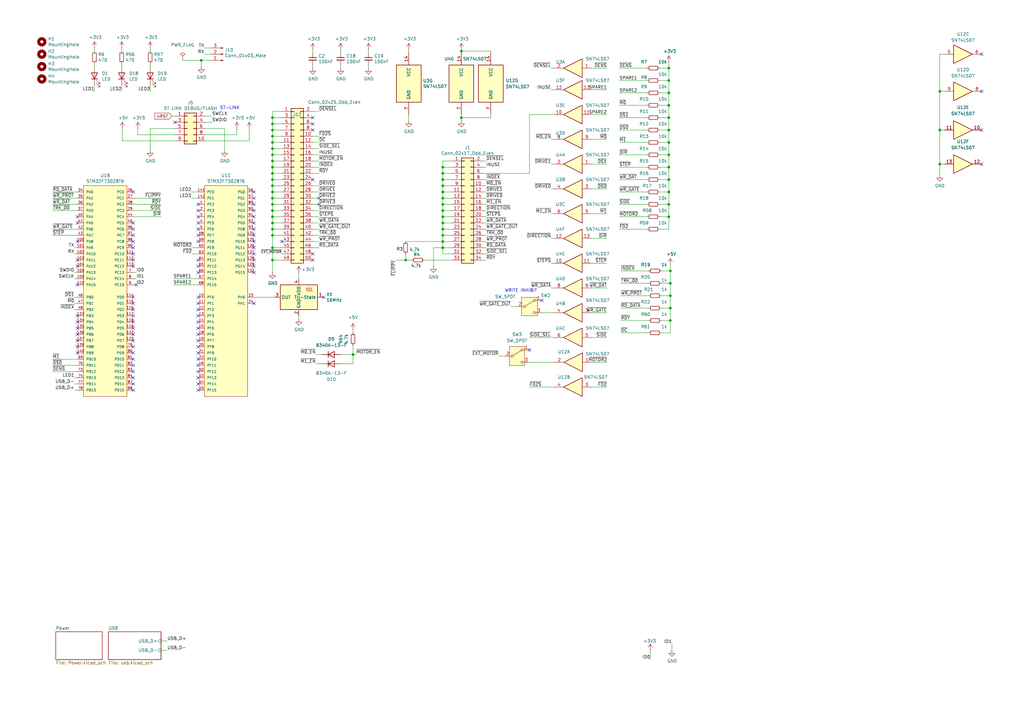
<source format=kicad_sch>
(kicad_sch
	(version 20250114)
	(generator "eeschema")
	(generator_version "9.0")
	(uuid "c1bac86f-cbf6-4c5b-b60d-c26fa73d9c09")
	(paper "A3")
	(title_block
		(title "Greaseweazle F7 Lighting, USB PD")
		(date "2025-10-02")
		(rev "2.08")
		(company "SweProj.com")
	)
	
	(text "WRITE INHIBIT"
		(exclude_from_sim no)
		(at 207.01 120.015 0)
		(effects
			(font
				(size 1.27 1.27)
			)
			(justify left bottom)
		)
		(uuid "044de712-d3da-40ed-9c9f-d91ef285c74c")
	)
	(text "ST-LINK"
		(exclude_from_sim no)
		(at 90.17 45.085 0)
		(effects
			(font
				(size 1.27 1.27)
			)
			(justify left bottom)
		)
		(uuid "8220ba36-5fda-4461-95e2-49a5bc0c76af")
	)
	(junction
		(at 385.445 67.31)
		(diameter 0)
		(color 0 0 0 0)
		(uuid "00ac1ff3-7d99-4a45-99f6-ec20ba4c2a5c")
	)
	(junction
		(at 181.61 96.52)
		(diameter 0)
		(color 0 0 0 0)
		(uuid "01f82238-6335-48fe-8b0a-6853e227345a")
	)
	(junction
		(at 111.76 68.58)
		(diameter 0)
		(color 0 0 0 0)
		(uuid "068d7a7a-0f25-4de5-9cb5-2349a9191b50")
	)
	(junction
		(at 181.61 78.74)
		(diameter 0)
		(color 0 0 0 0)
		(uuid "0fc5db66-6188-4c1f-bb14-0868bef113eb")
	)
	(junction
		(at 181.61 73.66)
		(diameter 0)
		(color 0 0 0 0)
		(uuid "10e52e95-44f3-4059-a86d-dcda603e0623")
	)
	(junction
		(at 111.76 58.42)
		(diameter 0)
		(color 0 0 0 0)
		(uuid "1187e9bb-7692-4dd1-9945-e39ef9e5ce5b")
	)
	(junction
		(at 181.61 93.98)
		(diameter 0)
		(color 0 0 0 0)
		(uuid "13bbfffc-affb-4b43-9eb1-f2ed90a8a919")
	)
	(junction
		(at 111.76 53.34)
		(diameter 0)
		(color 0 0 0 0)
		(uuid "14bfaf9f-b822-4cbc-aa30-b927236f307a")
	)
	(junction
		(at 181.61 91.44)
		(diameter 0)
		(color 0 0 0 0)
		(uuid "1ab71a3c-340b-469a-ada5-4f87f0b7b2fa")
	)
	(junction
		(at 181.61 83.82)
		(diameter 0)
		(color 0 0 0 0)
		(uuid "20caf6d2-76a7-497e-ac56-f6d31eb9027b")
	)
	(junction
		(at 189.23 48.26)
		(diameter 0)
		(color 0 0 0 0)
		(uuid "22bc3958-394e-4cb7-bb6f-2924a9b17855")
	)
	(junction
		(at 274.32 38.1)
		(diameter 0)
		(color 0 0 0 0)
		(uuid "24adc223-60f0-4497-98a3-d664c5a13280")
	)
	(junction
		(at 181.61 71.12)
		(diameter 0)
		(color 0 0 0 0)
		(uuid "252f1275-081d-4d77-8bd5-3b9e6916ef42")
	)
	(junction
		(at 111.76 86.36)
		(diameter 0)
		(color 0 0 0 0)
		(uuid "2c99bd06-59a6-4b07-a512-6528fd43f4dc")
	)
	(junction
		(at 111.76 83.82)
		(diameter 0)
		(color 0 0 0 0)
		(uuid "35b2233e-2f59-44bf-93b3-2716d5b5b514")
	)
	(junction
		(at 111.76 78.74)
		(diameter 0)
		(color 0 0 0 0)
		(uuid "3857167d-f8fc-4da8-b232-a84de78f65eb")
	)
	(junction
		(at 181.61 76.2)
		(diameter 0)
		(color 0 0 0 0)
		(uuid "3c8d03bf-f31d-4aa0-b8db-a227ffd7d8d6")
	)
	(junction
		(at 274.955 111.125)
		(diameter 0)
		(color 0 0 0 0)
		(uuid "44b926bf-8bdd-4191-846d-2dfabab2cecb")
	)
	(junction
		(at 274.32 68.58)
		(diameter 0)
		(color 0 0 0 0)
		(uuid "4bbde53d-6894-4e18-9480-84a6a26d5f6b")
	)
	(junction
		(at 385.445 37.465)
		(diameter 0)
		(color 0 0 0 0)
		(uuid "50e6b5c5-56a7-415c-9c4e-3cfdf3a58cc2")
	)
	(junction
		(at 111.76 50.8)
		(diameter 0)
		(color 0 0 0 0)
		(uuid "5c0b1897-8155-4679-9116-805919f75f96")
	)
	(junction
		(at 82.55 24.765)
		(diameter 0)
		(color 0 0 0 0)
		(uuid "5faadd04-0682-4d19-8d5a-94f90405e41f")
	)
	(junction
		(at 181.61 86.36)
		(diameter 0)
		(color 0 0 0 0)
		(uuid "62a1f3d4-027d-4ecf-a37a-6fcf4263e9d2")
	)
	(junction
		(at 111.76 106.68)
		(diameter 0)
		(color 0 0 0 0)
		(uuid "6621a5a6-aa7a-4de2-9d29-1b200c13ada9")
	)
	(junction
		(at 111.76 88.9)
		(diameter 0)
		(color 0 0 0 0)
		(uuid "71e2c442-6854-420c-af35-dcfcf83456aa")
	)
	(junction
		(at 274.32 58.42)
		(diameter 0)
		(color 0 0 0 0)
		(uuid "749d9ed0-2ff2-4b55-abc5-f7231ec3aa28")
	)
	(junction
		(at 111.76 76.2)
		(diameter 0)
		(color 0 0 0 0)
		(uuid "7e59628a-e341-44cc-bf0f-f1b798a31f1a")
	)
	(junction
		(at 111.76 101.6)
		(diameter 0)
		(color 0 0 0 0)
		(uuid "7f8cd204-ec07-4f76-9072-92e7ccb38dd1")
	)
	(junction
		(at 111.76 93.98)
		(diameter 0)
		(color 0 0 0 0)
		(uuid "86d01cdf-5357-44e1-88d9-97c064cddc9b")
	)
	(junction
		(at 111.76 71.12)
		(diameter 0)
		(color 0 0 0 0)
		(uuid "8dbd51b4-44a2-4ec8-88cf-49079c3aa71e")
	)
	(junction
		(at 274.32 83.82)
		(diameter 0)
		(color 0 0 0 0)
		(uuid "8e132fa5-bdfc-4702-895c-f050b3490b17")
	)
	(junction
		(at 181.61 101.6)
		(diameter 0)
		(color 0 0 0 0)
		(uuid "8efee08b-b92e-4ba6-8722-c058e18114fe")
	)
	(junction
		(at 274.32 73.66)
		(diameter 0)
		(color 0 0 0 0)
		(uuid "9112ddd5-10d5-48b8-954f-f1d5adcacbd9")
	)
	(junction
		(at 274.32 43.18)
		(diameter 0)
		(color 0 0 0 0)
		(uuid "929a9b03-e99e-4b88-8e16-759f8c6b59a5")
	)
	(junction
		(at 111.76 91.44)
		(diameter 0)
		(color 0 0 0 0)
		(uuid "93d4a801-226a-48d7-8947-f1bfb7b16554")
	)
	(junction
		(at 189.23 20.955)
		(diameter 0)
		(color 0 0 0 0)
		(uuid "945d4a7b-d1e8-4f53-8015-906b50a24e40")
	)
	(junction
		(at 111.76 81.28)
		(diameter 0)
		(color 0 0 0 0)
		(uuid "964e4e90-e12f-441c-9d6e-816439c420a1")
	)
	(junction
		(at 274.32 33.02)
		(diameter 0)
		(color 0 0 0 0)
		(uuid "98966de3-2364-43d8-a2e0-b03bb9487b03")
	)
	(junction
		(at 181.61 68.58)
		(diameter 0)
		(color 0 0 0 0)
		(uuid "98fe66f3-ec8b-4515-ae34-617f2124a7ec")
	)
	(junction
		(at 111.76 60.96)
		(diameter 0)
		(color 0 0 0 0)
		(uuid "a91cedf1-2089-4c44-9b06-471821937b05")
	)
	(junction
		(at 274.955 126.365)
		(diameter 0)
		(color 0 0 0 0)
		(uuid "a99390cd-733b-41c3-bfb0-479a5903886b")
	)
	(junction
		(at 274.32 53.34)
		(diameter 0)
		(color 0 0 0 0)
		(uuid "aadc3df5-0e2d-4f3d-b72e-6f184da74c89")
	)
	(junction
		(at 111.76 48.26)
		(diameter 0)
		(color 0 0 0 0)
		(uuid "adc65b09-91c2-4457-8ffe-d57980cf8d73")
	)
	(junction
		(at 274.32 63.5)
		(diameter 0)
		(color 0 0 0 0)
		(uuid "af76ce95-feca-41fb-bf31-edaa26d6766a")
	)
	(junction
		(at 144.78 145.415)
		(diameter 0)
		(color 0 0 0 0)
		(uuid "afacc12f-b097-4001-b889-9e6781913725")
	)
	(junction
		(at 274.32 88.9)
		(diameter 0)
		(color 0 0 0 0)
		(uuid "b79a7d66-d2e6-4c52-b80b-91523fb698dc")
	)
	(junction
		(at 166.37 106.68)
		(diameter 0)
		(color 0 0 0 0)
		(uuid "b854a395-bfc6-4140-9640-75d4f9296771")
	)
	(junction
		(at 111.76 55.88)
		(diameter 0)
		(color 0 0 0 0)
		(uuid "c1f5a21c-f5c2-44b0-9b58-90bde58c0d60")
	)
	(junction
		(at 274.955 121.285)
		(diameter 0)
		(color 0 0 0 0)
		(uuid "c3a69550-c4fa-45d1-9aba-0bba47699cca")
	)
	(junction
		(at 274.32 78.74)
		(diameter 0)
		(color 0 0 0 0)
		(uuid "ca9b74ce-0dee-401c-9544-f599f4cf538d")
	)
	(junction
		(at 274.955 131.445)
		(diameter 0)
		(color 0 0 0 0)
		(uuid "d01935a2-42fa-45ac-a82b-277ed6d20bb6")
	)
	(junction
		(at 274.32 27.94)
		(diameter 0)
		(color 0 0 0 0)
		(uuid "da546d77-4b03-4562-8fc6-837fd68e7691")
	)
	(junction
		(at 385.445 53.34)
		(diameter 0)
		(color 0 0 0 0)
		(uuid "dbf94d4e-7779-42be-af20-9e340513d9f7")
	)
	(junction
		(at 111.76 96.52)
		(diameter 0)
		(color 0 0 0 0)
		(uuid "e30dfecd-d78a-4507-91d6-d47619648416")
	)
	(junction
		(at 181.61 99.06)
		(diameter 0)
		(color 0 0 0 0)
		(uuid "e6d68f56-4a40-4849-b8d1-13d5ca292900")
	)
	(junction
		(at 181.61 81.28)
		(diameter 0)
		(color 0 0 0 0)
		(uuid "f6983918-fe05-46ea-b355-bc522ec53440")
	)
	(junction
		(at 274.955 116.205)
		(diameter 0)
		(color 0 0 0 0)
		(uuid "f7070c76-b83b-43a9-a243-491723819616")
	)
	(junction
		(at 111.76 73.66)
		(diameter 0)
		(color 0 0 0 0)
		(uuid "f70a4a9d-e097-4502-83aa-1f63e074f06b")
	)
	(junction
		(at 111.76 66.04)
		(diameter 0)
		(color 0 0 0 0)
		(uuid "f82dfe8f-ba55-4ab9-a234-6aed39cd6ca4")
	)
	(junction
		(at 111.76 63.5)
		(diameter 0)
		(color 0 0 0 0)
		(uuid "f91c051b-372e-45a5-ac05-790df945f858")
	)
	(junction
		(at 274.32 48.26)
		(diameter 0)
		(color 0 0 0 0)
		(uuid "fc2e9f96-3bed-4896-b995-f56e799f1c77")
	)
	(junction
		(at 181.61 88.9)
		(diameter 0)
		(color 0 0 0 0)
		(uuid "fc4ad874-c922-4070-89f9-7262080469d8")
	)
	(no_connect
		(at 54.61 99.06)
		(uuid "00891494-c03f-4b3e-809a-c84eb0c5ff0a")
	)
	(no_connect
		(at 54.61 104.14)
		(uuid "024b81ed-7ca3-4557-b9fa-075644de96f7")
	)
	(no_connect
		(at 31.75 116.84)
		(uuid "033fb47a-7330-48ce-ac5a-9fe1cb459eaf")
	)
	(no_connect
		(at 81.28 139.7)
		(uuid "08714b46-29ca-4521-9566-29e040fc72cc")
	)
	(no_connect
		(at 104.14 88.9)
		(uuid "1457e8f3-2460-440d-99d3-5b40eac43589")
	)
	(no_connect
		(at 31.75 106.68)
		(uuid "17e5ed96-cc0f-4a4b-a700-6d7ef9acd7bc")
	)
	(no_connect
		(at 54.61 91.44)
		(uuid "1e37fe91-3fc4-40b1-91c4-6c4ee1d6e125")
	)
	(no_connect
		(at 402.59 37.465)
		(uuid "206bdb89-769c-4a03-a177-300b4ad267d2")
	)
	(no_connect
		(at 81.28 109.22)
		(uuid "22bd1e54-aded-4432-9cf2-beb0dbca66ec")
	)
	(no_connect
		(at 54.61 147.32)
		(uuid "26eae7d0-939e-4b64-91c1-bf55949d2daf")
	)
	(no_connect
		(at 402.59 22.225)
		(uuid "275ff9d2-b8dc-477f-95d8-f6e906b913d6")
	)
	(no_connect
		(at 54.61 137.16)
		(uuid "29cf59f1-714f-4016-a452-93ec2fdef8ca")
	)
	(no_connect
		(at 31.75 91.44)
		(uuid "2d870741-1f5a-4052-a22e-27571d815352")
	)
	(no_connect
		(at 81.28 86.36)
		(uuid "2da23a18-3300-4252-b484-249181d69530")
	)
	(no_connect
		(at 104.14 86.36)
		(uuid "300c371e-700b-496f-93f0-81a059d70460")
	)
	(no_connect
		(at 81.28 127)
		(uuid "351e7c1c-f640-46bf-817e-0e5f388fa690")
	)
	(no_connect
		(at 54.61 134.62)
		(uuid "355ac83a-b274-440a-afc3-ab740e79b03c")
	)
	(no_connect
		(at 81.28 149.86)
		(uuid "36eb8b48-9fc4-4e61-80e9-937649cf4782")
	)
	(no_connect
		(at 71.755 50.165)
		(uuid "37728c8e-efcc-462c-a749-47b6bfcbaf37")
	)
	(no_connect
		(at 104.14 109.22)
		(uuid "3f893e9a-6fe6-4a4b-8258-268ba807dd4c")
	)
	(no_connect
		(at 81.28 91.44)
		(uuid "4247a140-bbc6-42ed-9f12-5207475a1883")
	)
	(no_connect
		(at 81.28 152.4)
		(uuid "42fbbe90-8164-4a79-b8b2-fd21b7d5f65c")
	)
	(no_connect
		(at 31.75 132.08)
		(uuid "44f11401-c761-4962-89ab-032461972a58")
	)
	(no_connect
		(at 402.59 67.31)
		(uuid "461d48b5-29b0-4da9-8d69-b9b43968caf7")
	)
	(no_connect
		(at 31.75 142.24)
		(uuid "491aead6-9c4e-4fe5-aabe-d851483116da")
	)
	(no_connect
		(at 81.28 124.46)
		(uuid "4cd0bd9f-817f-4e73-8746-dcc22ecd24ed")
	)
	(no_connect
		(at 54.61 106.68)
		(uuid "54a777cf-b430-40e0-80a8-8b4acb62f375")
	)
	(no_connect
		(at 54.61 129.54)
		(uuid "5b9a50c7-ecff-4a29-9d0e-23fb747ba498")
	)
	(no_connect
		(at 54.61 132.08)
		(uuid "628021a8-d8e1-4cbd-9c37-c69912546312")
	)
	(no_connect
		(at 81.28 144.78)
		(uuid "643273c3-43c9-4ac4-86d8-c6a8eb457c15")
	)
	(no_connect
		(at 104.14 106.68)
		(uuid "65914d90-2ecd-4afd-9dbb-4ff27ca3c0fa")
	)
	(no_connect
		(at 104.14 78.74)
		(uuid "6ca02c22-abf9-4e6c-b9b7-6c93ab5b146f")
	)
	(no_connect
		(at 54.61 124.46)
		(uuid "6df33777-f38d-4554-b1aa-27773ba72827")
	)
	(no_connect
		(at 217.17 143.51)
		(uuid "7117d02b-57dc-4a3f-bd07-020c6d343e10")
	)
	(no_connect
		(at 54.61 96.52)
		(uuid "728bfe2b-ac1b-4f98-b4e8-b8663c1887da")
	)
	(no_connect
		(at 54.61 93.98)
		(uuid "732d4189-9cf0-4564-bc31-49f2ca254fbb")
	)
	(no_connect
		(at 130.81 83.82)
		(uuid "735c0a26-e8ec-4b0f-9736-9777864e4af8")
	)
	(no_connect
		(at 54.61 160.02)
		(uuid "7bc95512-6329-4c23-b758-73f635511d06")
	)
	(no_connect
		(at 130.81 81.28)
		(uuid "7c5e75cc-90b9-4829-b0a1-6f35b2b1a0cf")
	)
	(no_connect
		(at 115.57 99.06)
		(uuid "7d55ecbd-aa0c-4495-9a76-fa7c7c397b72")
	)
	(no_connect
		(at 81.28 96.52)
		(uuid "7e0a823a-2958-48c8-98d9-efdb7150bb81")
	)
	(no_connect
		(at 31.75 137.16)
		(uuid "812c60d7-cbe6-4843-b7c5-a1237295ac58")
	)
	(no_connect
		(at 31.75 99.06)
		(uuid "826fb3e4-1056-4f5f-956f-254f6941d336")
	)
	(no_connect
		(at 104.14 83.82)
		(uuid "868a3433-d791-484e-9bb1-d9be133b4a21")
	)
	(no_connect
		(at 81.28 157.48)
		(uuid "89315d23-03b7-46b1-81ee-6276bde90a82")
	)
	(no_connect
		(at 81.28 137.16)
		(uuid "8a6dc8e4-8ddd-4bf1-b1ca-0495dd8ae127")
	)
	(no_connect
		(at 54.61 152.4)
		(uuid "8c3e2ea9-ca92-4843-9074-44c21d854982")
	)
	(no_connect
		(at 54.61 142.24)
		(uuid "8f790adc-8b38-4aac-8720-2e2b0dc659aa")
	)
	(no_connect
		(at 132.715 121.92)
		(uuid "93af1374-af56-4fc8-af3f-6c16d61a0b21")
	)
	(no_connect
		(at 81.28 93.98)
		(uuid "93e32358-1bdd-4e24-8b79-9054a0552b8a")
	)
	(no_connect
		(at 81.28 134.62)
		(uuid "94300228-8a6b-43b4-8bd6-fde7b11076c8")
	)
	(no_connect
		(at 104.14 111.76)
		(uuid "970b5190-6039-42f3-9c9c-64c50ef33fc2")
	)
	(no_connect
		(at 104.14 91.44)
		(uuid "994ec659-18e4-41e0-b6f4-15a99d6eabe3")
	)
	(no_connect
		(at 31.75 109.22)
		(uuid "9bf407cf-f06a-48ac-8bea-4b5cfadd1384")
	)
	(no_connect
		(at 128.27 53.34)
		(uuid "9ff8d6a5-7a30-44f2-b99b-6ecde8c232ac")
	)
	(no_connect
		(at 128.27 48.26)
		(uuid "9ff8d6a5-7a30-44f2-b99b-6ecde8c232af")
	)
	(no_connect
		(at 128.27 50.8)
		(uuid "9ff8d6a5-7a30-44f2-b99b-6ecde8c232b0")
	)
	(no_connect
		(at 128.27 106.68)
		(uuid "9ff8d6a5-7a30-44f2-b99b-6ecde8c232b1")
	)
	(no_connect
		(at 128.27 73.66)
		(uuid "9ff8d6a5-7a30-44f2-b99b-6ecde8c232b5")
	)
	(no_connect
		(at 54.61 149.86)
		(uuid "a7128e49-87e5-4854-ba63-ff1d53065189")
	)
	(no_connect
		(at 81.28 147.32)
		(uuid "ab5a8b90-558e-42dc-9b97-c893fb5a2b10")
	)
	(no_connect
		(at 54.61 109.22)
		(uuid "abb7db91-c8d0-49b9-ba9c-db0b048a9efe")
	)
	(no_connect
		(at 54.61 144.78)
		(uuid "ac72df19-9d81-40b9-913f-ca2d4db7827b")
	)
	(no_connect
		(at 54.61 121.92)
		(uuid "ae3b158c-9426-4780-9122-e8d1603ed7e1")
	)
	(no_connect
		(at 104.14 99.06)
		(uuid "ae68231e-4175-4e26-98a5-5fcd909d496b")
	)
	(no_connect
		(at 81.28 132.08)
		(uuid "b0e5a25e-ab68-45e1-b20b-c2a413556c18")
	)
	(no_connect
		(at 31.75 88.9)
		(uuid "b3f21f3f-128c-4e88-bcd2-38f966b77321")
	)
	(no_connect
		(at 54.61 154.94)
		(uuid "b5680de7-ae05-4ffb-b73d-7b0f27073ab6")
	)
	(no_connect
		(at 81.28 160.02)
		(uuid "b8406398-c88b-436a-9dd4-9aaaf6c5a488")
	)
	(no_connect
		(at 81.28 83.82)
		(uuid "bb55aca0-2551-4f41-b493-535b0a8afccc")
	)
	(no_connect
		(at 54.61 127)
		(uuid "bcbb320e-5d9d-4533-b8ab-aeeca9e49bf6")
	)
	(no_connect
		(at 104.14 124.46)
		(uuid "be021e70-1a5b-4fc4-aa0c-41b42db09350")
	)
	(no_connect
		(at 54.61 157.48)
		(uuid "be98f734-3bc9-4d9c-97e5-20415c91c5d7")
	)
	(no_connect
		(at 31.75 139.7)
		(uuid "c105cdf8-2e73-4248-ac26-93c83b2a7d1d")
	)
	(no_connect
		(at 402.59 53.34)
		(uuid "c249dbe6-a4a3-469b-a0a1-aff6c9527613")
	)
	(no_connect
		(at 81.28 154.94)
		(uuid "c44eb740-e633-485c-b41b-878872c1f69d")
	)
	(no_connect
		(at 104.14 81.28)
		(uuid "c75b0135-9e9d-4628-9762-267358c3bb33")
	)
	(no_connect
		(at 104.14 93.98)
		(uuid "c9f403fb-ed4d-4b33-adac-b0ef7f0d1d69")
	)
	(no_connect
		(at 104.14 104.14)
		(uuid "cb586b87-68d3-4355-b17f-2e06d5bf0e1d")
	)
	(no_connect
		(at 31.75 144.78)
		(uuid "cc4a2a56-97a6-492d-bc87-2abcaa1e59f5")
	)
	(no_connect
		(at 104.14 101.6)
		(uuid "cd1b4d44-9354-45f7-a49e-7e6ba6548bfd")
	)
	(no_connect
		(at 81.28 142.24)
		(uuid "d006523f-5372-4136-95eb-0454648c416c")
	)
	(no_connect
		(at 104.14 96.52)
		(uuid "d3741fbd-9f9b-42c7-b81f-2926ebc3b2ca")
	)
	(no_connect
		(at 81.28 111.76)
		(uuid "d461ed4f-4196-4e24-9afe-ce1e77a041f3")
	)
	(no_connect
		(at 54.61 101.6)
		(uuid "d47d1af6-c1eb-43a3-bb4e-f85f5c891f22")
	)
	(no_connect
		(at 31.75 129.54)
		(uuid "e1a096b2-4e3b-4c20-a010-5831605cd725")
	)
	(no_connect
		(at 222.25 123.19)
		(uuid "e2449e84-00ec-4116-b74e-9e90b6599775")
	)
	(no_connect
		(at 55.88 116.84)
		(uuid "e32899c2-e10e-4025-b3a3-876d9776df90")
	)
	(no_connect
		(at 81.28 129.54)
		(uuid "e4dc41c5-7dc7-4686-9bd0-3571dfbbd23a")
	)
	(no_connect
		(at 81.28 121.92)
		(uuid "ede20bd1-a6ee-466f-a29c-b8d337356dba")
	)
	(no_connect
		(at 54.61 139.7)
		(uuid "ef9250f1-09b3-4c37-aa68-f4e8caa23128")
	)
	(no_connect
		(at 128.27 104.14)
		(uuid "f22d03cc-c2bf-4309-a544-5e3bca00213c")
	)
	(no_connect
		(at 31.75 134.62)
		(uuid "f370fbc7-327f-4578-a64e-261caa1f96b9")
	)
	(no_connect
		(at 81.28 99.06)
		(uuid "f3b3c682-3311-4e76-90db-0e5373f40533")
	)
	(no_connect
		(at 54.61 78.74)
		(uuid "f78abf3d-5695-4b76-b33f-d959d7b688e7")
	)
	(no_connect
		(at 81.28 88.9)
		(uuid "faa958cd-c104-4993-9160-c571d81aa390")
	)
	(no_connect
		(at 81.28 106.68)
		(uuid "fb7f5509-5042-4bcb-bb54-7704a9c567b9")
	)
	(wire
		(pts
			(xy 30.48 101.6) (xy 31.75 101.6)
		)
		(stroke
			(width 0)
			(type default)
		)
		(uuid "000b46d6-b833-4804-8f56-56d539f76d09")
	)
	(wire
		(pts
			(xy 198.12 96.52) (xy 199.39 96.52)
		)
		(stroke
			(width 0)
			(type default)
		)
		(uuid "002da00a-54ae-4887-954f-6f20040cf503")
	)
	(wire
		(pts
			(xy 111.76 66.04) (xy 111.76 68.58)
		)
		(stroke
			(width 0)
			(type default)
		)
		(uuid "01dc798b-4c95-4d40-80b7-aa972004ee44")
	)
	(wire
		(pts
			(xy 78.486 78.74) (xy 81.28 78.74)
		)
		(stroke
			(width 0)
			(type default)
		)
		(uuid "029c3eee-54a9-4e48-a642-e389be17dd03")
	)
	(wire
		(pts
			(xy 254.635 131.445) (xy 266.065 131.445)
		)
		(stroke
			(width 0)
			(type default)
		)
		(uuid "03a8f6c8-9db7-4036-a0c1-67ab981e334c")
	)
	(wire
		(pts
			(xy 128.27 78.74) (xy 130.81 78.74)
		)
		(stroke
			(width 0)
			(type default)
		)
		(uuid "042b8bea-9219-4f6a-89b3-599bbdfa8b93")
	)
	(wire
		(pts
			(xy 139.7 149.225) (xy 144.78 149.225)
		)
		(stroke
			(width 0)
			(type default)
		)
		(uuid "04657fbf-e375-4129-bf29-87f895ae9e9c")
	)
	(wire
		(pts
			(xy 111.76 71.12) (xy 115.57 71.12)
		)
		(stroke
			(width 0)
			(type default)
		)
		(uuid "04d7fd83-a6aa-4987-9e20-3d50c265b831")
	)
	(wire
		(pts
			(xy 242.57 128.27) (xy 248.92 128.27)
		)
		(stroke
			(width 0)
			(type default)
		)
		(uuid "05d3e08e-e1f9-46cf-93d0-836d1306d03a")
	)
	(wire
		(pts
			(xy 111.76 48.26) (xy 115.57 48.26)
		)
		(stroke
			(width 0)
			(type default)
		)
		(uuid "05d6ed65-9b0b-47fc-9d52-3f81dfc32551")
	)
	(wire
		(pts
			(xy 128.27 88.9) (xy 130.81 88.9)
		)
		(stroke
			(width 0)
			(type default)
		)
		(uuid "05e3b151-dc12-4701-912e-3bf8070597d8")
	)
	(wire
		(pts
			(xy 274.32 83.82) (xy 274.32 78.74)
		)
		(stroke
			(width 0)
			(type default)
		)
		(uuid "099473f1-6598-46ff-a50f-4c520832170d")
	)
	(wire
		(pts
			(xy 128.27 91.44) (xy 130.81 91.44)
		)
		(stroke
			(width 0)
			(type default)
		)
		(uuid "0a1f756a-03ad-48d1-a3cc-07b1e91bf6b5")
	)
	(wire
		(pts
			(xy 181.61 68.58) (xy 181.61 71.12)
		)
		(stroke
			(width 0)
			(type default)
		)
		(uuid "0dfdfa9f-1e3f-4e14-b64b-12bde76a80c7")
	)
	(wire
		(pts
			(xy 185.42 101.6) (xy 181.61 101.6)
		)
		(stroke
			(width 0)
			(type default)
		)
		(uuid "0e249018-17e7-42b3-ae5d-5ebf3ae299ae")
	)
	(wire
		(pts
			(xy 385.445 37.465) (xy 387.35 37.465)
		)
		(stroke
			(width 0)
			(type default)
		)
		(uuid "0fc643b5-442c-4165-9ada-0cf90198cdb7")
	)
	(wire
		(pts
			(xy 201.295 21.59) (xy 201.295 20.955)
		)
		(stroke
			(width 0)
			(type default)
		)
		(uuid "0ff8df5d-6147-42eb-9d00-c2f436a171da")
	)
	(wire
		(pts
			(xy 111.76 91.44) (xy 115.57 91.44)
		)
		(stroke
			(width 0)
			(type default)
		)
		(uuid "105d2701-5e63-4eb3-8241-5608caa465c8")
	)
	(wire
		(pts
			(xy 102.235 57.785) (xy 102.235 52.705)
		)
		(stroke
			(width 0)
			(type default)
		)
		(uuid "11c7c8d4-4c4b-4330-bb59-1eec2e98b255")
	)
	(wire
		(pts
			(xy 274.32 43.18) (xy 270.51 43.18)
		)
		(stroke
			(width 0)
			(type default)
		)
		(uuid "13ac70df-e9b9-44e5-96e6-20f0b0dc6a3a")
	)
	(wire
		(pts
			(xy 226.06 67.31) (xy 227.33 67.31)
		)
		(stroke
			(width 0)
			(type default)
		)
		(uuid "14064e1b-d8db-4b96-9159-f0491d3e5f02")
	)
	(wire
		(pts
			(xy 185.42 81.28) (xy 181.61 81.28)
		)
		(stroke
			(width 0)
			(type default)
		)
		(uuid "142dd724-2a9f-4eea-ab21-209b1bc7ec65")
	)
	(wire
		(pts
			(xy 181.61 81.28) (xy 181.61 78.74)
		)
		(stroke
			(width 0)
			(type default)
		)
		(uuid "15a82541-58d8-45b5-99c5-fb52e017e3ea")
	)
	(wire
		(pts
			(xy 128.27 26.67) (xy 128.27 27.94)
		)
		(stroke
			(width 0)
			(type default)
		)
		(uuid "15d7b369-19bd-4f1f-91f7-bfb1459d4d65")
	)
	(wire
		(pts
			(xy 274.955 111.125) (xy 274.955 108.585)
		)
		(stroke
			(width 0)
			(type default)
		)
		(uuid "1732b93f-cd0e-4ca4-a905-bb406354ca33")
	)
	(wire
		(pts
			(xy 274.955 126.365) (xy 274.955 121.285)
		)
		(stroke
			(width 0)
			(type default)
		)
		(uuid "17cf1c88-8d51-4538-aa76-e35ac22d0ed0")
	)
	(wire
		(pts
			(xy 270.51 83.82) (xy 274.32 83.82)
		)
		(stroke
			(width 0)
			(type default)
		)
		(uuid "1876c30c-72b2-4a8d-9f32-bf8b213530b4")
	)
	(wire
		(pts
			(xy 128.27 81.28) (xy 130.81 81.28)
		)
		(stroke
			(width 0)
			(type default)
		)
		(uuid "19cc7ff3-acfa-463b-8607-b95c58622a5f")
	)
	(wire
		(pts
			(xy 71.12 114.3) (xy 81.28 114.3)
		)
		(stroke
			(width 0)
			(type default)
		)
		(uuid "1bf7d0f9-0dcf-4d7c-b58c-318e3dc42bc9")
	)
	(wire
		(pts
			(xy 242.57 97.79) (xy 248.92 97.79)
		)
		(stroke
			(width 0)
			(type default)
		)
		(uuid "1c052668-6749-425a-9a77-35f046c8aa39")
	)
	(wire
		(pts
			(xy 30.48 157.48) (xy 31.75 157.48)
		)
		(stroke
			(width 0)
			(type default)
		)
		(uuid "1de61170-5337-44c5-ba28-bd477db4bff1")
	)
	(wire
		(pts
			(xy 111.76 60.96) (xy 111.76 63.5)
		)
		(stroke
			(width 0)
			(type default)
		)
		(uuid "1f848839-e564-450f-a963-ebf13ca910f5")
	)
	(wire
		(pts
			(xy 30.48 111.76) (xy 31.75 111.76)
		)
		(stroke
			(width 0)
			(type default)
		)
		(uuid "2102c637-9f11-48f1-aae6-b4139dc22be2")
	)
	(wire
		(pts
			(xy 128.27 99.06) (xy 130.81 99.06)
		)
		(stroke
			(width 0)
			(type default)
		)
		(uuid "2447f5f1-b3d5-43aa-959f-88436ebed06d")
	)
	(wire
		(pts
			(xy 49.911 34.925) (xy 49.911 37.465)
		)
		(stroke
			(width 0)
			(type default)
		)
		(uuid "26c1e38c-48b3-4f27-a8c7-57ec4c75372b")
	)
	(wire
		(pts
			(xy 111.76 106.68) (xy 115.57 106.68)
		)
		(stroke
			(width 0)
			(type default)
		)
		(uuid "26f6b829-e63c-496a-b791-5dd68c7ead9d")
	)
	(wire
		(pts
			(xy 30.48 127) (xy 31.75 127)
		)
		(stroke
			(width 0)
			(type default)
		)
		(uuid "270509b6-acc0-472f-b579-2376225aa8f5")
	)
	(wire
		(pts
			(xy 30.48 114.3) (xy 31.75 114.3)
		)
		(stroke
			(width 0)
			(type default)
		)
		(uuid "272c2a78-b5f5-4b61-aed3-ec69e0e92729")
	)
	(wire
		(pts
			(xy 274.32 38.1) (xy 274.32 43.18)
		)
		(stroke
			(width 0)
			(type default)
		)
		(uuid "278a91dc-d57d-4a5c-a045-34b6bd84131f")
	)
	(wire
		(pts
			(xy 274.32 25.4) (xy 274.32 27.94)
		)
		(stroke
			(width 0)
			(type default)
		)
		(uuid "29126f72-63f7-4275-8b12-6b96a71c6f17")
	)
	(wire
		(pts
			(xy 254 53.34) (xy 265.43 53.34)
		)
		(stroke
			(width 0)
			(type default)
		)
		(uuid "291935ec-f8ff-41f0-8717-e68b8af7b8c1")
	)
	(wire
		(pts
			(xy 266.7 266.7) (xy 266.7 270.51)
		)
		(stroke
			(width 0)
			(type default)
		)
		(uuid "291baaf6-406d-492c-8388-51e68532cfbf")
	)
	(wire
		(pts
			(xy 111.76 88.9) (xy 111.76 91.44)
		)
		(stroke
			(width 0)
			(type default)
		)
		(uuid "2b5319a3-2b4f-4c5e-b61e-a7934593e487")
	)
	(wire
		(pts
			(xy 128.27 86.36) (xy 130.81 86.36)
		)
		(stroke
			(width 0)
			(type default)
		)
		(uuid "2b8c6538-2116-4527-a026-b4925dd2ee57")
	)
	(wire
		(pts
			(xy 38.735 26.035) (xy 38.735 27.305)
		)
		(stroke
			(width 0)
			(type default)
		)
		(uuid "2ba25c40-ea42-478e-9150-1d94fa1c8ae9")
	)
	(wire
		(pts
			(xy 274.32 27.94) (xy 274.32 33.02)
		)
		(stroke
			(width 0)
			(type default)
		)
		(uuid "2ea8fa6f-efc3-40fe-bcf9-05bfa46ead4f")
	)
	(wire
		(pts
			(xy 271.145 111.125) (xy 274.955 111.125)
		)
		(stroke
			(width 0)
			(type default)
		)
		(uuid "2f0570b6-86da-47a8-9e56-ce60c431c534")
	)
	(wire
		(pts
			(xy 185.42 88.9) (xy 181.61 88.9)
		)
		(stroke
			(width 0)
			(type default)
		)
		(uuid "2f291a4b-4ecb-4692-9ad2-324f9784c0d4")
	)
	(wire
		(pts
			(xy 84.455 57.785) (xy 102.235 57.785)
		)
		(stroke
			(width 0)
			(type default)
		)
		(uuid "300aa512-2f66-4c26-a530-50c091b3a099")
	)
	(wire
		(pts
			(xy 270.51 88.9) (xy 274.32 88.9)
		)
		(stroke
			(width 0)
			(type default)
		)
		(uuid "301fdc43-2f42-4922-967f-6b035d252a52")
	)
	(wire
		(pts
			(xy 111.76 73.66) (xy 115.57 73.66)
		)
		(stroke
			(width 0)
			(type default)
		)
		(uuid "3102a495-c747-4ebd-910d-ccca3f28177b")
	)
	(wire
		(pts
			(xy 181.61 91.44) (xy 181.61 88.9)
		)
		(stroke
			(width 0)
			(type default)
		)
		(uuid "319639ae-c2c5-486d-93b1-d03bb1b64252")
	)
	(wire
		(pts
			(xy 198.12 71.12) (xy 217.17 71.12)
		)
		(stroke
			(width 0)
			(type default)
		)
		(uuid "31a7b912-a671-4a6a-95aa-284bcb85acbd")
	)
	(wire
		(pts
			(xy 111.76 86.36) (xy 111.76 88.9)
		)
		(stroke
			(width 0)
			(type default)
		)
		(uuid "32cfb255-fdbf-4c67-9adf-72dba031ac4d")
	)
	(wire
		(pts
			(xy 254 43.18) (xy 265.43 43.18)
		)
		(stroke
			(width 0)
			(type default)
		)
		(uuid "35fb7c56-dc85-43f7-b954-81b8040a8500")
	)
	(wire
		(pts
			(xy 271.145 136.525) (xy 274.955 136.525)
		)
		(stroke
			(width 0)
			(type default)
		)
		(uuid "39137861-8aaf-42fd-84b3-aeb48833f64f")
	)
	(wire
		(pts
			(xy 111.76 101.6) (xy 115.57 101.6)
		)
		(stroke
			(width 0)
			(type default)
		)
		(uuid "395f28d9-5d9e-4a88-b7ad-8a1df4610090")
	)
	(wire
		(pts
			(xy 61.595 52.705) (xy 71.755 52.705)
		)
		(stroke
			(width 0)
			(type default)
		)
		(uuid "39845449-7a31-4262-86b1-e7af14a6659f")
	)
	(wire
		(pts
			(xy 181.61 68.58) (xy 185.42 68.58)
		)
		(stroke
			(width 0)
			(type default)
		)
		(uuid "3a41dd27-ec14-44d5-b505-aad1d829f79a")
	)
	(wire
		(pts
			(xy 185.42 91.44) (xy 181.61 91.44)
		)
		(stroke
			(width 0)
			(type default)
		)
		(uuid "3a70978e-dcc2-4620-a99c-514362812927")
	)
	(wire
		(pts
			(xy 385.445 37.465) (xy 385.445 22.225)
		)
		(stroke
			(width 0)
			(type default)
		)
		(uuid "3aafab4a-1401-4d83-8f4f-e2043dd8bd8b")
	)
	(wire
		(pts
			(xy 54.61 83.82) (xy 66.04 83.82)
		)
		(stroke
			(width 0)
			(type default)
		)
		(uuid "3b65c51e-c243-447e-bee9-832d94c1630e")
	)
	(wire
		(pts
			(xy 185.42 83.82) (xy 181.61 83.82)
		)
		(stroke
			(width 0)
			(type default)
		)
		(uuid "3d6cdd62-5634-4e30-acf8-1b9c1dbf6653")
	)
	(wire
		(pts
			(xy 111.76 58.42) (xy 115.57 58.42)
		)
		(stroke
			(width 0)
			(type default)
		)
		(uuid "3f329a8f-e359-4d98-956d-6a077a40e514")
	)
	(wire
		(pts
			(xy 198.12 86.36) (xy 199.39 86.36)
		)
		(stroke
			(width 0)
			(type default)
		)
		(uuid "3f7513cb-6fe5-481f-8bc3-13eed2580912")
	)
	(wire
		(pts
			(xy 21.59 96.52) (xy 31.75 96.52)
		)
		(stroke
			(width 0)
			(type default)
		)
		(uuid "4160bbf7-ffff-4c5c-a647-5ee58ddecf06")
	)
	(wire
		(pts
			(xy 122.555 111.76) (xy 122.555 114.3)
		)
		(stroke
			(width 0)
			(type default)
		)
		(uuid "41c18011-40db-4384-9ba4-c0158d0d9d6a")
	)
	(wire
		(pts
			(xy 198.12 101.6) (xy 199.39 101.6)
		)
		(stroke
			(width 0)
			(type default)
		)
		(uuid "42157002-33fe-445e-a4bd-20bb05110690")
	)
	(wire
		(pts
			(xy 66.04 262.89) (xy 68.58 262.89)
		)
		(stroke
			(width 0)
			(type default)
		)
		(uuid "42b61d5b-39d6-462b-b2cc-57656078085f")
	)
	(wire
		(pts
			(xy 86.36 22.225) (xy 83.82 22.225)
		)
		(stroke
			(width 0)
			(type default)
		)
		(uuid "42bd0f96-a831-406e-abb7-03ed1bbd785f")
	)
	(wire
		(pts
			(xy 274.32 33.02) (xy 274.32 38.1)
		)
		(stroke
			(width 0)
			(type default)
		)
		(uuid "4641c87c-bffa-41fe-ae77-be3a97a6f797")
	)
	(wire
		(pts
			(xy 84.455 55.245) (xy 97.155 55.245)
		)
		(stroke
			(width 0)
			(type default)
		)
		(uuid "46491a9d-8b3d-4c74-b09a-70c876f162e5")
	)
	(wire
		(pts
			(xy 242.697 148.59) (xy 249.047 148.59)
		)
		(stroke
			(width 0)
			(type default)
		)
		(uuid "47120e1b-031d-47ff-8aca-63e699601463")
	)
	(wire
		(pts
			(xy 111.76 73.66) (xy 111.76 76.2)
		)
		(stroke
			(width 0)
			(type default)
		)
		(uuid "4905470f-e5d5-44e9-bdea-3395fa3a3921")
	)
	(wire
		(pts
			(xy 254.635 126.365) (xy 266.065 126.365)
		)
		(stroke
			(width 0)
			(type default)
		)
		(uuid "49488c82-6277-4d05-a051-6a9df142c373")
	)
	(wire
		(pts
			(xy 254 58.42) (xy 265.43 58.42)
		)
		(stroke
			(width 0)
			(type default)
		)
		(uuid "49a65079-57a9-46fc-8711-1d7f2cab8dbf")
	)
	(wire
		(pts
			(xy 30.48 160.02) (xy 31.75 160.02)
		)
		(stroke
			(width 0)
			(type default)
		)
		(uuid "49b5f540-e128-4e08-bb09-f321f8e64056")
	)
	(wire
		(pts
			(xy 128.27 83.82) (xy 130.81 83.82)
		)
		(stroke
			(width 0)
			(type default)
		)
		(uuid "4a27fa9a-ed71-46a3-86e4-ceb57078a6b5")
	)
	(wire
		(pts
			(xy 274.32 88.9) (xy 274.32 83.82)
		)
		(stroke
			(width 0)
			(type default)
		)
		(uuid "4c3375fc-4697-4e3a-8fd5-b221cdb17a69")
	)
	(wire
		(pts
			(xy 274.32 38.1) (xy 270.51 38.1)
		)
		(stroke
			(width 0)
			(type default)
		)
		(uuid "4cc0e615-05a0-4f42-a208-4011ba8ef841")
	)
	(wire
		(pts
			(xy 111.76 55.88) (xy 111.76 58.42)
		)
		(stroke
			(width 0)
			(type default)
		)
		(uuid "4cdd7089-c144-4631-a49d-c738e3706227")
	)
	(wire
		(pts
			(xy 274.32 58.42) (xy 274.32 53.34)
		)
		(stroke
			(width 0)
			(type default)
		)
		(uuid "4cfd9a02-97ef-4af4-a6b8-db9be1a8fda5")
	)
	(wire
		(pts
			(xy 78.74 104.14) (xy 81.28 104.14)
		)
		(stroke
			(width 0)
			(type default)
		)
		(uuid "4d34d149-b600-40c6-8b33-a7f356b7cc78")
	)
	(wire
		(pts
			(xy 198.12 91.44) (xy 199.39 91.44)
		)
		(stroke
			(width 0)
			(type default)
		)
		(uuid "4e563ce6-c7b9-4224-ace7-42cd7b117034")
	)
	(wire
		(pts
			(xy 254 38.1) (xy 265.43 38.1)
		)
		(stroke
			(width 0)
			(type default)
		)
		(uuid "4e677390-a246-4ca0-954c-746e0870f88f")
	)
	(wire
		(pts
			(xy 144.78 135.255) (xy 144.78 136.525)
		)
		(stroke
			(width 0)
			(type default)
		)
		(uuid "4fa74df1-ebd8-46ed-bf5b-d6c582baafde")
	)
	(wire
		(pts
			(xy 227.33 46.99) (xy 217.17 46.99)
		)
		(stroke
			(width 0)
			(type default)
		)
		(uuid "518230d3-9e52-41fe-a14a-9a9fd31c2503")
	)
	(wire
		(pts
			(xy 49.911 26.035) (xy 49.911 27.305)
		)
		(stroke
			(width 0)
			(type default)
		)
		(uuid "524b8586-d4c4-49d6-bf11-f1ed191ca383")
	)
	(wire
		(pts
			(xy 177.8 101.6) (xy 177.8 109.22)
		)
		(stroke
			(width 0)
			(type default)
		)
		(uuid "52a8f1be-73ca-41a8-bc24-2320706b0ec1")
	)
	(wire
		(pts
			(xy 139.7 26.67) (xy 139.7 27.94)
		)
		(stroke
			(width 0)
			(type default)
		)
		(uuid "53719fc4-141e-4c58-98cd-ab3bf9a4e1c0")
	)
	(wire
		(pts
			(xy 270.51 68.58) (xy 274.32 68.58)
		)
		(stroke
			(width 0)
			(type default)
		)
		(uuid "54ed3ee1-891b-418e-ab9c-6a18747d7388")
	)
	(wire
		(pts
			(xy 31.75 152.4) (xy 21.59 152.4)
		)
		(stroke
			(width 0)
			(type default)
		)
		(uuid "5576cd03-3bad-40c5-9316-1d286895d52a")
	)
	(wire
		(pts
			(xy 86.36 19.685) (xy 83.82 19.685)
		)
		(stroke
			(width 0)
			(type default)
		)
		(uuid "57543893-39bf-4d83-b4e0-8d020b4a6d48")
	)
	(wire
		(pts
			(xy 274.32 93.98) (xy 274.32 88.9)
		)
		(stroke
			(width 0)
			(type default)
		)
		(uuid "576510e4-d7fc-4c37-b6c9-7fef8d7ff1a1")
	)
	(wire
		(pts
			(xy 61.595 26.035) (xy 61.595 27.305)
		)
		(stroke
			(width 0)
			(type default)
		)
		(uuid "57bd445a-35d5-43d1-a464-f7c4104f070b")
	)
	(wire
		(pts
			(xy 274.955 116.205) (xy 274.955 111.125)
		)
		(stroke
			(width 0)
			(type default)
		)
		(uuid "58126faf-01a4-4f91-8e8c-ca9e47b48048")
	)
	(wire
		(pts
			(xy 254 83.82) (xy 265.43 83.82)
		)
		(stroke
			(width 0)
			(type default)
		)
		(uuid "58cc7831-f944-4d33-8c61-2fd5bebc61e0")
	)
	(wire
		(pts
			(xy 111.76 96.52) (xy 111.76 101.6)
		)
		(stroke
			(width 0)
			(type default)
		)
		(uuid "5a498b94-152d-4c3c-b168-67379cce2165")
	)
	(wire
		(pts
			(xy 78.486 81.28) (xy 81.28 81.28)
		)
		(stroke
			(width 0)
			(type default)
		)
		(uuid "5b301c5c-d5cc-49df-8b96-dc3cc4998671")
	)
	(wire
		(pts
			(xy 167.64 20.32) (xy 167.64 21.59)
		)
		(stroke
			(width 0)
			(type default)
		)
		(uuid "5b70b09b-6762-4725-9d48-805300c0bdc8")
	)
	(wire
		(pts
			(xy 21.59 93.98) (xy 31.75 93.98)
		)
		(stroke
			(width 0)
			(type default)
		)
		(uuid "5bab6a37-1fdf-4cf8-b571-44c962ed86e9")
	)
	(wire
		(pts
			(xy 198.12 81.28) (xy 199.39 81.28)
		)
		(stroke
			(width 0)
			(type default)
		)
		(uuid "5c72c984-d4a8-4f48-9a7a-2aa9b6284609")
	)
	(wire
		(pts
			(xy 139.7 145.415) (xy 144.78 145.415)
		)
		(stroke
			(width 0)
			(type default)
		)
		(uuid "5e34b255-874b-4b5f-a1f3-79e323d9278a")
	)
	(wire
		(pts
			(xy 111.76 76.2) (xy 111.76 78.74)
		)
		(stroke
			(width 0)
			(type default)
		)
		(uuid "5f2e9c21-b36e-4432-b901-39c98c054570")
	)
	(wire
		(pts
			(xy 128.27 101.6) (xy 130.81 101.6)
		)
		(stroke
			(width 0)
			(type default)
		)
		(uuid "5fe9a8c1-579e-4b33-a28f-2287de31bc8f")
	)
	(wire
		(pts
			(xy 209.55 125.73) (xy 212.09 125.73)
		)
		(stroke
			(width 0)
			(type default)
		)
		(uuid "60a6b889-b680-4b8b-8f73-0633fe94c5ba")
	)
	(wire
		(pts
			(xy 111.76 86.36) (xy 115.57 86.36)
		)
		(stroke
			(width 0)
			(type default)
		)
		(uuid "6123de74-e7fc-4738-8ff4-abd5233ea3f0")
	)
	(wire
		(pts
			(xy 198.12 83.82) (xy 199.39 83.82)
		)
		(stroke
			(width 0)
			(type default)
		)
		(uuid "61447001-96f3-4ac4-a932-91f733b21544")
	)
	(wire
		(pts
			(xy 21.59 83.82) (xy 31.75 83.82)
		)
		(stroke
			(width 0)
			(type default)
		)
		(uuid "6150c02b-beb5-4af1-951e-3666a285a6ea")
	)
	(wire
		(pts
			(xy 198.12 104.14) (xy 199.39 104.14)
		)
		(stroke
			(width 0)
			(type default)
		)
		(uuid "620d0d18-5248-4410-bb06-dea084235707")
	)
	(wire
		(pts
			(xy 181.61 73.66) (xy 185.42 73.66)
		)
		(stroke
			(width 0)
			(type default)
		)
		(uuid "62e8c4d4-266c-4e53-8981-1028251d724c")
	)
	(wire
		(pts
			(xy 274.32 48.26) (xy 270.51 48.26)
		)
		(stroke
			(width 0)
			(type default)
		)
		(uuid "631c7be5-8dc2-4df4-ab73-737bb928e763")
	)
	(wire
		(pts
			(xy 166.37 104.14) (xy 166.37 106.68)
		)
		(stroke
			(width 0)
			(type default)
		)
		(uuid "633292d3-80c5-4986-be82-ce926e9f09f4")
	)
	(wire
		(pts
			(xy 181.61 101.6) (xy 181.61 99.06)
		)
		(stroke
			(width 0)
			(type default)
		)
		(uuid "63489ebf-0f52-43a6-a0ab-158b1a7d4988")
	)
	(wire
		(pts
			(xy 254 27.94) (xy 265.43 27.94)
		)
		(stroke
			(width 0)
			(type default)
		)
		(uuid "637e9edf-ffed-49a2-8408-fa110c9a4c79")
	)
	(wire
		(pts
			(xy 226.06 77.47) (xy 227.33 77.47)
		)
		(stroke
			(width 0)
			(type default)
		)
		(uuid "643a0e14-1c81-4883-9037-039c243acc5c")
	)
	(wire
		(pts
			(xy 111.76 50.8) (xy 115.57 50.8)
		)
		(stroke
			(width 0)
			(type default)
		)
		(uuid "649fe687-776d-40a8-8956-cf56be8678e1")
	)
	(wire
		(pts
			(xy 56.515 55.245) (xy 71.755 55.245)
		)
		(stroke
			(width 0)
			(type default)
		)
		(uuid "64d1d0fe-4fd6-4a55-8314-56a651e1ccab")
	)
	(wire
		(pts
			(xy 198.12 76.2) (xy 199.39 76.2)
		)
		(stroke
			(width 0)
			(type default)
		)
		(uuid "663516d2-919a-4a92-bdfb-fab0b7a33e92")
	)
	(wire
		(pts
			(xy 198.12 99.06) (xy 199.39 99.06)
		)
		(stroke
			(width 0)
			(type default)
		)
		(uuid "67a1fd0f-c6b9-418a-9ac2-ba2714d5c115")
	)
	(wire
		(pts
			(xy 128.27 66.04) (xy 130.81 66.04)
		)
		(stroke
			(width 0)
			(type default)
		)
		(uuid "6807b074-032b-4c51-b22d-e941de673402")
	)
	(wire
		(pts
			(xy 111.76 91.44) (xy 111.76 93.98)
		)
		(stroke
			(width 0)
			(type default)
		)
		(uuid "6823c850-9a49-4624-92ab-0fa22f6fef1e")
	)
	(wire
		(pts
			(xy 128.27 58.42) (xy 130.81 58.42)
		)
		(stroke
			(width 0)
			(type default)
		)
		(uuid "692165ae-3334-4d40-a34f-38277ee462be")
	)
	(wire
		(pts
			(xy 204.47 146.05) (xy 207.01 146.05)
		)
		(stroke
			(width 0)
			(type default)
		)
		(uuid "69de70e4-5abc-4931-9ecf-8118df1922fd")
	)
	(wire
		(pts
			(xy 254 68.58) (xy 265.43 68.58)
		)
		(stroke
			(width 0)
			(type default)
		)
		(uuid "6ae963fb-e34f-4e11-9adf-78839a5b2ef1")
	)
	(wire
		(pts
			(xy 181.61 73.66) (xy 181.61 76.2)
		)
		(stroke
			(width 0)
			(type default)
		)
		(uuid "6b91a3ee-fdcd-4bfe-ad57-c8d5ea9903a8")
	)
	(wire
		(pts
			(xy 242.57 118.11) (xy 248.92 118.11)
		)
		(stroke
			(width 0)
			(type default)
		)
		(uuid "6bd46644-7209-4d4d-acd8-f4c0d045bc61")
	)
	(wire
		(pts
			(xy 274.32 43.18) (xy 274.32 48.26)
		)
		(stroke
			(width 0)
			(type default)
		)
		(uuid "6d2a06fb-0b1e-452a-ab38-11a5f45e1b32")
	)
	(wire
		(pts
			(xy 385.445 67.31) (xy 385.445 53.34)
		)
		(stroke
			(width 0)
			(type default)
		)
		(uuid "6eae7f49-0690-4e3d-a132-228e13d008a4")
	)
	(wire
		(pts
			(xy 31.75 78.74) (xy 21.59 78.74)
		)
		(stroke
			(width 0)
			(type default)
		)
		(uuid "706c1cb9-5d96-4282-9efc-6147f0125147")
	)
	(wire
		(pts
			(xy 226.06 57.15) (xy 227.33 57.15)
		)
		(stroke
			(width 0)
			(type default)
		)
		(uuid "709b97c7-c0c7-478c-bd89-4135c69c0161")
	)
	(wire
		(pts
			(xy 56.515 52.705) (xy 56.515 55.245)
		)
		(stroke
			(width 0)
			(type default)
		)
		(uuid "70cda344-73be-4466-a097-1fd56f3b19e2")
	)
	(wire
		(pts
			(xy 128.27 60.96) (xy 130.81 60.96)
		)
		(stroke
			(width 0)
			(type default)
		)
		(uuid "71deed4a-3525-41c7-864c-419bd64a18d8")
	)
	(wire
		(pts
			(xy 217.17 138.43) (xy 227.33 138.43)
		)
		(stroke
			(width 0)
			(type default)
		)
		(uuid "71ee0878-3a21-46c5-9585-084073e61e46")
	)
	(wire
		(pts
			(xy 185.42 99.06) (xy 181.61 99.06)
		)
		(stroke
			(width 0)
			(type default)
		)
		(uuid "71f8d568-0f23-4ff2-8e60-1600ce517a48")
	)
	(wire
		(pts
			(xy 54.61 88.9) (xy 66.04 88.9)
		)
		(stroke
			(width 0)
			(type default)
		)
		(uuid "722636b6-8ff0-452f-9357-23deb317d921")
	)
	(wire
		(pts
			(xy 54.61 111.76) (xy 55.88 111.76)
		)
		(stroke
			(width 0)
			(type default)
		)
		(uuid "7273dd21-e834-41d3-b279-d7de727709ca")
	)
	(wire
		(pts
			(xy 111.76 78.74) (xy 111.76 81.28)
		)
		(stroke
			(width 0)
			(type default)
		)
		(uuid "732adcdb-5400-4b48-b390-9c07efe3787d")
	)
	(wire
		(pts
			(xy 111.76 68.58) (xy 111.76 71.12)
		)
		(stroke
			(width 0)
			(type default)
		)
		(uuid "73c09a8e-334a-415d-8fcf-2f80e5530386")
	)
	(wire
		(pts
			(xy 254 48.26) (xy 265.43 48.26)
		)
		(stroke
			(width 0)
			(type default)
		)
		(uuid "73ee7e03-97a8-4121-b568-c25f3934a935")
	)
	(wire
		(pts
			(xy 185.42 78.74) (xy 181.61 78.74)
		)
		(stroke
			(width 0)
			(type default)
		)
		(uuid "74f5ec08-7600-4a0b-a9e4-aae29f9ea08a")
	)
	(wire
		(pts
			(xy 270.51 58.42) (xy 274.32 58.42)
		)
		(stroke
			(width 0)
			(type default)
		)
		(uuid "751d823e-1d7b-4501-9658-d06d459b0e16")
	)
	(wire
		(pts
			(xy 111.76 58.42) (xy 111.76 60.96)
		)
		(stroke
			(width 0)
			(type default)
		)
		(uuid "7555990b-6425-4e86-89df-79d641461153")
	)
	(wire
		(pts
			(xy 181.61 86.36) (xy 181.61 83.82)
		)
		(stroke
			(width 0)
			(type default)
		)
		(uuid "759788bd-3cb9-4d38-b58c-5cb10b7dca6b")
	)
	(wire
		(pts
			(xy 385.445 67.31) (xy 387.35 67.31)
		)
		(stroke
			(width 0)
			(type default)
		)
		(uuid "76231a9e-7605-471c-8598-1b59f198a761")
	)
	(wire
		(pts
			(xy 166.37 99.06) (xy 181.61 99.06)
		)
		(stroke
			(width 0)
			(type default)
		)
		(uuid "7744b6ee-910d-401d-b730-65c35d3d8092")
	)
	(wire
		(pts
			(xy 111.76 45.72) (xy 111.76 48.26)
		)
		(stroke
			(width 0)
			(type default)
		)
		(uuid "79418ab7-d09c-4c13-9426-59e88a9a6e18")
	)
	(wire
		(pts
			(xy 111.76 68.58) (xy 115.57 68.58)
		)
		(stroke
			(width 0)
			(type default)
		)
		(uuid "7ad6872e-544b-496c-b63f-ef820d73efe1")
	)
	(wire
		(pts
			(xy 181.61 99.06) (xy 181.61 96.52)
		)
		(stroke
			(width 0)
			(type default)
		)
		(uuid "7c00778a-4692-4f9b-87d5-2d355077ce1e")
	)
	(wire
		(pts
			(xy 181.61 104.14) (xy 181.61 101.6)
		)
		(stroke
			(width 0)
			(type default)
		)
		(uuid "7db990e4-92e1-4f99-b4d2-435bbec1ba83")
	)
	(wire
		(pts
			(xy 128.27 76.2) (xy 130.81 76.2)
		)
		(stroke
			(width 0)
			(type default)
		)
		(uuid "7e4acdae-bb82-4c28-bdbc-521d32bd98f8")
	)
	(wire
		(pts
			(xy 271.145 131.445) (xy 274.955 131.445)
		)
		(stroke
			(width 0)
			(type default)
		)
		(uuid "7e57f5d9-3fed-4583-bf87-2c0c55aeae07")
	)
	(wire
		(pts
			(xy 275.59 264.16) (xy 275.59 266.7)
		)
		(stroke
			(width 0)
			(type default)
		)
		(uuid "80a0ec3e-8559-4e62-8a7d-014f201a8630")
	)
	(wire
		(pts
			(xy 84.455 50.165) (xy 86.995 50.165)
		)
		(stroke
			(width 0)
			(type default)
		)
		(uuid "80f8c1b4-10dd-40fe-b7f7-67988bc3ad81")
	)
	(wire
		(pts
			(xy 198.12 73.66) (xy 199.39 73.66)
		)
		(stroke
			(width 0)
			(type default)
		)
		(uuid "812512a3-b15b-44da-b507-9a743c924791")
	)
	(wire
		(pts
			(xy 254.635 136.525) (xy 266.065 136.525)
		)
		(stroke
			(width 0)
			(type default)
		)
		(uuid "815684dc-b831-445f-8b9e-8def10b32a28")
	)
	(wire
		(pts
			(xy 111.76 66.04) (xy 115.57 66.04)
		)
		(stroke
			(width 0)
			(type default)
		)
		(uuid "81942b2b-e9f9-4911-a8e1-de17115edd34")
	)
	(wire
		(pts
			(xy 254 88.9) (xy 265.43 88.9)
		)
		(stroke
			(width 0)
			(type default)
		)
		(uuid "82f56090-156d-4372-9dfe-19876186902b")
	)
	(wire
		(pts
			(xy 226.06 36.83) (xy 227.33 36.83)
		)
		(stroke
			(width 0)
			(type default)
		)
		(uuid "830f705c-6254-4bfd-97c9-b4a49db1c87a")
	)
	(wire
		(pts
			(xy 217.17 46.99) (xy 217.17 71.12)
		)
		(stroke
			(width 0)
			(type default)
		)
		(uuid "83450acf-9904-491c-bfb0-76a7157874e6")
	)
	(wire
		(pts
			(xy 111.76 60.96) (xy 115.57 60.96)
		)
		(stroke
			(width 0)
			(type default)
		)
		(uuid "83a028cb-daf6-43c6-bb0d-a9bb6cd2a863")
	)
	(wire
		(pts
			(xy 189.23 20.32) (xy 189.23 20.955)
		)
		(stroke
			(width 0)
			(type default)
		)
		(uuid "843b53af-dd34-4db8-aa6b-5035b25affc7")
	)
	(wire
		(pts
			(xy 144.78 149.225) (xy 144.78 145.415)
		)
		(stroke
			(width 0)
			(type default)
		)
		(uuid "84544935-1faf-4126-88f6-e96cd0681253")
	)
	(wire
		(pts
			(xy 198.12 93.98) (xy 199.39 93.98)
		)
		(stroke
			(width 0)
			(type default)
		)
		(uuid "84573600-cda0-4425-92c4-d7541d59592f")
	)
	(wire
		(pts
			(xy 111.76 81.28) (xy 115.57 81.28)
		)
		(stroke
			(width 0)
			(type default)
		)
		(uuid "84eb08f1-0a1f-4d6f-8c5c-d15a819ccdd5")
	)
	(wire
		(pts
			(xy 74.93 24.765) (xy 74.93 24.13)
		)
		(stroke
			(width 0)
			(type default)
		)
		(uuid "8667fe4c-1fb1-4bc9-87dc-4fdb94148b67")
	)
	(wire
		(pts
			(xy 139.7 20.32) (xy 139.7 21.59)
		)
		(stroke
			(width 0)
			(type default)
		)
		(uuid "8765371a-21c2-4fe3-a3af-88f5eb1f02a0")
	)
	(wire
		(pts
			(xy 254 63.5) (xy 265.43 63.5)
		)
		(stroke
			(width 0)
			(type default)
		)
		(uuid "87ba184f-bff5-4989-8217-6af375cc3dd8")
	)
	(wire
		(pts
			(xy 84.455 47.625) (xy 86.995 47.625)
		)
		(stroke
			(width 0)
			(type default)
		)
		(uuid "883105b0-f6a6-466b-ba58-a2fcc1f18e4b")
	)
	(wire
		(pts
			(xy 54.61 86.36) (xy 66.04 86.36)
		)
		(stroke
			(width 0)
			(type default)
		)

... [207645 chars truncated]
</source>
